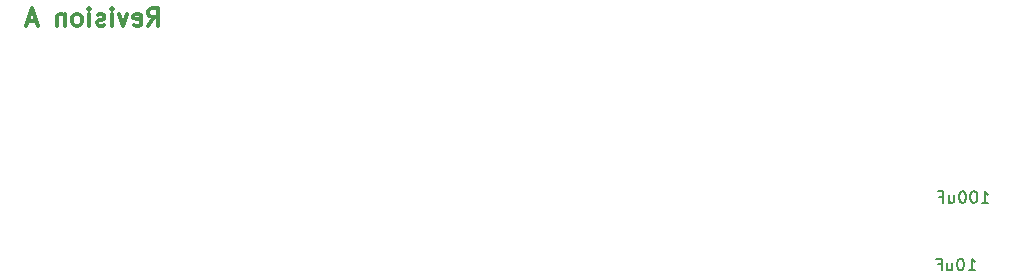
<source format=gbo>
G04 #@! TF.FileFunction,Legend,Bot*
%FSLAX46Y46*%
G04 Gerber Fmt 4.6, Leading zero omitted, Abs format (unit mm)*
G04 Created by KiCad (PCBNEW 4.0.7) date 01/07/19 16:06:24*
%MOMM*%
%LPD*%
G01*
G04 APERTURE LIST*
%ADD10C,0.100000*%
%ADD11C,0.300000*%
%ADD12C,0.150000*%
G04 APERTURE END LIST*
D10*
D11*
X84017857Y-62908571D02*
X84517857Y-62194286D01*
X84875000Y-62908571D02*
X84875000Y-61408571D01*
X84303572Y-61408571D01*
X84160714Y-61480000D01*
X84089286Y-61551429D01*
X84017857Y-61694286D01*
X84017857Y-61908571D01*
X84089286Y-62051429D01*
X84160714Y-62122857D01*
X84303572Y-62194286D01*
X84875000Y-62194286D01*
X82803572Y-62837143D02*
X82946429Y-62908571D01*
X83232143Y-62908571D01*
X83375000Y-62837143D01*
X83446429Y-62694286D01*
X83446429Y-62122857D01*
X83375000Y-61980000D01*
X83232143Y-61908571D01*
X82946429Y-61908571D01*
X82803572Y-61980000D01*
X82732143Y-62122857D01*
X82732143Y-62265714D01*
X83446429Y-62408571D01*
X82232143Y-61908571D02*
X81875000Y-62908571D01*
X81517858Y-61908571D01*
X80946429Y-62908571D02*
X80946429Y-61908571D01*
X80946429Y-61408571D02*
X81017858Y-61480000D01*
X80946429Y-61551429D01*
X80875001Y-61480000D01*
X80946429Y-61408571D01*
X80946429Y-61551429D01*
X80303572Y-62837143D02*
X80160715Y-62908571D01*
X79875000Y-62908571D01*
X79732143Y-62837143D01*
X79660715Y-62694286D01*
X79660715Y-62622857D01*
X79732143Y-62480000D01*
X79875000Y-62408571D01*
X80089286Y-62408571D01*
X80232143Y-62337143D01*
X80303572Y-62194286D01*
X80303572Y-62122857D01*
X80232143Y-61980000D01*
X80089286Y-61908571D01*
X79875000Y-61908571D01*
X79732143Y-61980000D01*
X79017857Y-62908571D02*
X79017857Y-61908571D01*
X79017857Y-61408571D02*
X79089286Y-61480000D01*
X79017857Y-61551429D01*
X78946429Y-61480000D01*
X79017857Y-61408571D01*
X79017857Y-61551429D01*
X78089285Y-62908571D02*
X78232143Y-62837143D01*
X78303571Y-62765714D01*
X78375000Y-62622857D01*
X78375000Y-62194286D01*
X78303571Y-62051429D01*
X78232143Y-61980000D01*
X78089285Y-61908571D01*
X77875000Y-61908571D01*
X77732143Y-61980000D01*
X77660714Y-62051429D01*
X77589285Y-62194286D01*
X77589285Y-62622857D01*
X77660714Y-62765714D01*
X77732143Y-62837143D01*
X77875000Y-62908571D01*
X78089285Y-62908571D01*
X76946428Y-61908571D02*
X76946428Y-62908571D01*
X76946428Y-62051429D02*
X76875000Y-61980000D01*
X76732142Y-61908571D01*
X76517857Y-61908571D01*
X76375000Y-61980000D01*
X76303571Y-62122857D01*
X76303571Y-62908571D01*
X74517857Y-62480000D02*
X73803571Y-62480000D01*
X74660714Y-62908571D02*
X74160714Y-61408571D01*
X73660714Y-62908571D01*
D12*
X154582619Y-77922381D02*
X155154048Y-77922381D01*
X154868334Y-77922381D02*
X154868334Y-76922381D01*
X154963572Y-77065238D01*
X155058810Y-77160476D01*
X155154048Y-77208095D01*
X153963572Y-76922381D02*
X153868333Y-76922381D01*
X153773095Y-76970000D01*
X153725476Y-77017619D01*
X153677857Y-77112857D01*
X153630238Y-77303333D01*
X153630238Y-77541429D01*
X153677857Y-77731905D01*
X153725476Y-77827143D01*
X153773095Y-77874762D01*
X153868333Y-77922381D01*
X153963572Y-77922381D01*
X154058810Y-77874762D01*
X154106429Y-77827143D01*
X154154048Y-77731905D01*
X154201667Y-77541429D01*
X154201667Y-77303333D01*
X154154048Y-77112857D01*
X154106429Y-77017619D01*
X154058810Y-76970000D01*
X153963572Y-76922381D01*
X153011191Y-76922381D02*
X152915952Y-76922381D01*
X152820714Y-76970000D01*
X152773095Y-77017619D01*
X152725476Y-77112857D01*
X152677857Y-77303333D01*
X152677857Y-77541429D01*
X152725476Y-77731905D01*
X152773095Y-77827143D01*
X152820714Y-77874762D01*
X152915952Y-77922381D01*
X153011191Y-77922381D01*
X153106429Y-77874762D01*
X153154048Y-77827143D01*
X153201667Y-77731905D01*
X153249286Y-77541429D01*
X153249286Y-77303333D01*
X153201667Y-77112857D01*
X153154048Y-77017619D01*
X153106429Y-76970000D01*
X153011191Y-76922381D01*
X151820714Y-77255714D02*
X151820714Y-77922381D01*
X152249286Y-77255714D02*
X152249286Y-77779524D01*
X152201667Y-77874762D01*
X152106429Y-77922381D01*
X151963571Y-77922381D01*
X151868333Y-77874762D01*
X151820714Y-77827143D01*
X151011190Y-77398571D02*
X151344524Y-77398571D01*
X151344524Y-77922381D02*
X151344524Y-76922381D01*
X150868333Y-76922381D01*
X153471428Y-83637381D02*
X154042857Y-83637381D01*
X153757143Y-83637381D02*
X153757143Y-82637381D01*
X153852381Y-82780238D01*
X153947619Y-82875476D01*
X154042857Y-82923095D01*
X152852381Y-82637381D02*
X152757142Y-82637381D01*
X152661904Y-82685000D01*
X152614285Y-82732619D01*
X152566666Y-82827857D01*
X152519047Y-83018333D01*
X152519047Y-83256429D01*
X152566666Y-83446905D01*
X152614285Y-83542143D01*
X152661904Y-83589762D01*
X152757142Y-83637381D01*
X152852381Y-83637381D01*
X152947619Y-83589762D01*
X152995238Y-83542143D01*
X153042857Y-83446905D01*
X153090476Y-83256429D01*
X153090476Y-83018333D01*
X153042857Y-82827857D01*
X152995238Y-82732619D01*
X152947619Y-82685000D01*
X152852381Y-82637381D01*
X151661904Y-82970714D02*
X151661904Y-83637381D01*
X152090476Y-82970714D02*
X152090476Y-83494524D01*
X152042857Y-83589762D01*
X151947619Y-83637381D01*
X151804761Y-83637381D01*
X151709523Y-83589762D01*
X151661904Y-83542143D01*
X150852380Y-83113571D02*
X151185714Y-83113571D01*
X151185714Y-83637381D02*
X151185714Y-82637381D01*
X150709523Y-82637381D01*
M02*

</source>
